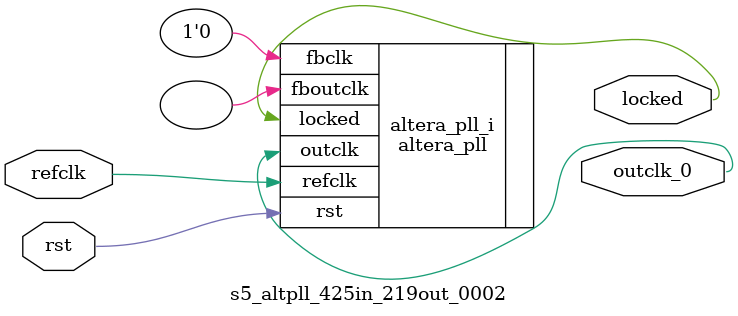
<source format=v>
`timescale 1ns/10ps
module  s5_altpll_425in_219out_0002(

	// interface 'refclk'
	input wire refclk,

	// interface 'reset'
	input wire rst,

	// interface 'outclk0'
	output wire outclk_0,

	// interface 'locked'
	output wire locked
);

	altera_pll #(
		.fractional_vco_multiplier("false"),
		.reference_clock_frequency("425.0 MHz"),
		.operation_mode("normal"),
		.number_of_clocks(1),
		.output_clock_frequency0("219.140625 MHz"),
		.phase_shift0("0 ps"),
		.duty_cycle0(50),
		.output_clock_frequency1("0 MHz"),
		.phase_shift1("0 ps"),
		.duty_cycle1(50),
		.output_clock_frequency2("0 MHz"),
		.phase_shift2("0 ps"),
		.duty_cycle2(50),
		.output_clock_frequency3("0 MHz"),
		.phase_shift3("0 ps"),
		.duty_cycle3(50),
		.output_clock_frequency4("0 MHz"),
		.phase_shift4("0 ps"),
		.duty_cycle4(50),
		.output_clock_frequency5("0 MHz"),
		.phase_shift5("0 ps"),
		.duty_cycle5(50),
		.output_clock_frequency6("0 MHz"),
		.phase_shift6("0 ps"),
		.duty_cycle6(50),
		.output_clock_frequency7("0 MHz"),
		.phase_shift7("0 ps"),
		.duty_cycle7(50),
		.output_clock_frequency8("0 MHz"),
		.phase_shift8("0 ps"),
		.duty_cycle8(50),
		.output_clock_frequency9("0 MHz"),
		.phase_shift9("0 ps"),
		.duty_cycle9(50),
		.output_clock_frequency10("0 MHz"),
		.phase_shift10("0 ps"),
		.duty_cycle10(50),
		.output_clock_frequency11("0 MHz"),
		.phase_shift11("0 ps"),
		.duty_cycle11(50),
		.output_clock_frequency12("0 MHz"),
		.phase_shift12("0 ps"),
		.duty_cycle12(50),
		.output_clock_frequency13("0 MHz"),
		.phase_shift13("0 ps"),
		.duty_cycle13(50),
		.output_clock_frequency14("0 MHz"),
		.phase_shift14("0 ps"),
		.duty_cycle14(50),
		.output_clock_frequency15("0 MHz"),
		.phase_shift15("0 ps"),
		.duty_cycle15(50),
		.output_clock_frequency16("0 MHz"),
		.phase_shift16("0 ps"),
		.duty_cycle16(50),
		.output_clock_frequency17("0 MHz"),
		.phase_shift17("0 ps"),
		.duty_cycle17(50),
		.pll_type("General"),
		.pll_subtype("General")
	) altera_pll_i (
		.rst	(rst),
		.outclk	({outclk_0}),
		.locked	(locked),
		.fboutclk	( ),
		.fbclk	(1'b0),
		.refclk	(refclk)
	);
endmodule


</source>
